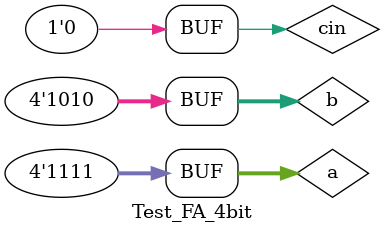
<source format=v>
module Test_FA_4bit;   
    wire [3:0] s;
    wire cout;

    reg [3:0] a;
    reg [3:0] b;
    reg cin; 

    full_adder_4bit uut (
        s,cout,a,b,cin
   );
    
    initial begin
        a = 0;  b = 0;  cin = 0;
        #100;
            a=4'b0001; b=4'b0000; cin=1'b0;
        #10 a=4'b1000; b=4'b0011; cin=1'b0;
        #10 a=4'b1101; b=4'b1010; cin=1'b1;
        #10 a=4'b1110; b=4'b1001; cin=1'b0;
        #10 a=4'b1111; b=4'b1010; cin=1'b0;
    end 
 
    initial begin
	    $monitor("T = %2t, a = %b, b = %b, cin = %b : Sum = %b, Cout = %b",$time, a, b, cin, s, cout);
		$dumpfile("full_adder_4bit.vcd");
		$dumpvars;
    end      
endmodule

</source>
